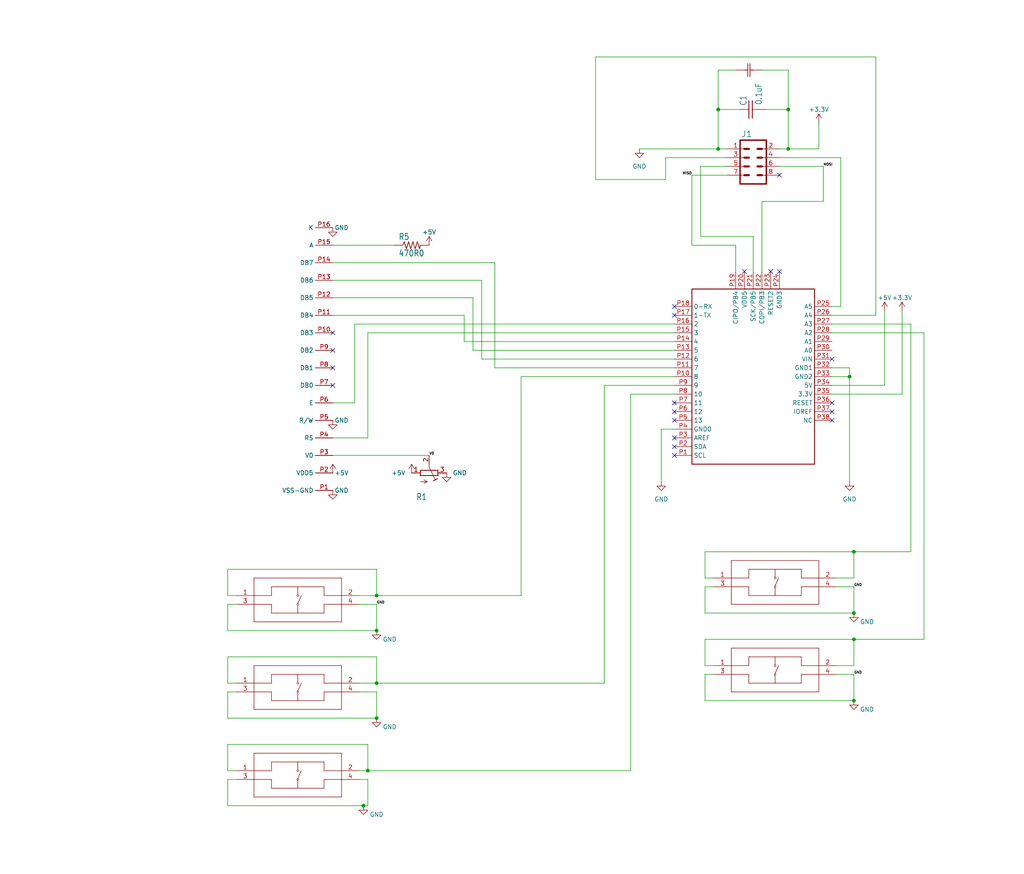
<source format=kicad_sch>
(kicad_sch (version 20230121) (generator eeschema)
  (paper "User" 297.002 253.543)
  (lib_symbols
    (symbol "Arduino_Shield_RC_Controller-eagle-import:ADM1602K"
      (symbol "ADM1602K_1_0"
        (pin bidirectional line (at -7.62 -15.24 0) (length 5.08) (name "VSS-GND") (number "P1"))
        (pin bidirectional line (at -7.62 30.48 0) (length 5.08) (name "DB3") (number "P10"))
        (pin bidirectional line (at -7.62 35.56 0) (length 5.08) (name "DB4") (number "P11"))
        (pin bidirectional line (at -7.62 40.64 0) (length 5.08) (name "DB5") (number "P12"))
        (pin bidirectional line (at -7.62 45.72 0) (length 5.08) (name "DB6") (number "P13"))
        (pin bidirectional line (at -7.62 50.8 0) (length 5.08) (name "DB7") (number "P14"))
        (pin bidirectional line (at -7.62 55.88 0) (length 5.08) (name "A") (number "P15"))
        (pin bidirectional line (at -7.62 60.96 0) (length 5.08) (name "K") (number "P16"))
        (pin bidirectional line (at -7.62 -10.16 0) (length 5.08) (name "VDD5") (number "P2"))
        (pin bidirectional line (at -7.62 -5.08 0) (length 5.08) (name "V0") (number "P3"))
        (pin bidirectional line (at -7.62 0 0) (length 5.08) (name "RS") (number "P4"))
        (pin bidirectional line (at -7.62 5.08 0) (length 5.08) (name "R/W") (number "P5"))
        (pin bidirectional line (at -7.62 10.16 0) (length 5.08) (name "E") (number "P6"))
        (pin bidirectional line (at -7.62 15.24 0) (length 5.08) (name "DB0") (number "P7"))
        (pin bidirectional line (at -7.62 20.32 0) (length 5.08) (name "DB1") (number "P8"))
        (pin bidirectional line (at -7.62 25.4 0) (length 5.08) (name "DB2") (number "P9"))
      )
    )
    (symbol "Arduino_Shield_RC_Controller-eagle-import:ARDUINO_R3"
      (symbol "ARDUINO_R3_1_0"
        (polyline (pts (xy 0 -2.54) (xy 35.56 -2.54)) (stroke (width 0.254)))
        (polyline (pts (xy 0 48.26) (xy 0 -2.54)) (stroke (width 0.254)))
        (polyline (pts (xy 35.56 -2.54) (xy 35.56 48.26)) (stroke (width 0.254)))
        (polyline (pts (xy 35.56 48.26) (xy 0 48.26)) (stroke (width 0.254)))
        (pin bidirectional line (at -5.08 0 0) (length 5.08) (name "SCL") (number "P1"))
        (pin bidirectional line (at -5.08 22.86 0) (length 5.08) (name "8") (number "P10"))
        (pin bidirectional line (at -5.08 25.4 0) (length 5.08) (name "7") (number "P11"))
        (pin bidirectional line (at -5.08 27.94 0) (length 5.08) (name "6") (number "P12"))
        (pin bidirectional line (at -5.08 30.48 0) (length 5.08) (name "5") (number "P13"))
        (pin bidirectional line (at -5.08 33.02 0) (length 5.08) (name "4") (number "P14"))
        (pin bidirectional line (at -5.08 35.56 0) (length 5.08) (name "3") (number "P15"))
        (pin bidirectional line (at -5.08 38.1 0) (length 5.08) (name "2") (number "P16"))
        (pin bidirectional line (at -5.08 40.64 0) (length 5.08) (name "1-TX") (number "P17"))
        (pin bidirectional line (at -5.08 43.18 0) (length 5.08) (name "0-RX") (number "P18"))
        (pin bidirectional line (at 12.7 53.34 270) (length 5.08) (name "CIPO/PB4") (number "P19"))
        (pin bidirectional line (at -5.08 2.54 0) (length 5.08) (name "SDA") (number "P2"))
        (pin bidirectional line (at 15.24 53.34 270) (length 5.08) (name "VDD5") (number "P20"))
        (pin bidirectional line (at 17.78 53.34 270) (length 5.08) (name "SCK/PB5") (number "P21"))
        (pin bidirectional line (at 20.32 53.34 270) (length 5.08) (name "COPI/PB3") (number "P22"))
        (pin bidirectional line (at 22.86 53.34 270) (length 5.08) (name "RESET2") (number "P23"))
        (pin bidirectional line (at 25.4 53.34 270) (length 5.08) (name "GND3") (number "P24"))
        (pin bidirectional line (at 40.64 43.18 180) (length 5.08) (name "A5") (number "P25"))
        (pin bidirectional line (at 40.64 40.64 180) (length 5.08) (name "A4") (number "P26"))
        (pin bidirectional line (at 40.64 38.1 180) (length 5.08) (name "A3") (number "P27"))
        (pin bidirectional line (at 40.64 35.56 180) (length 5.08) (name "A2") (number "P28"))
        (pin bidirectional line (at 40.64 33.02 180) (length 5.08) (name "A1") (number "P29"))
        (pin bidirectional line (at -5.08 5.08 0) (length 5.08) (name "AREF") (number "P3"))
        (pin bidirectional line (at 40.64 30.48 180) (length 5.08) (name "A0") (number "P30"))
        (pin bidirectional line (at 40.64 27.94 180) (length 5.08) (name "VIN") (number "P31"))
        (pin bidirectional line (at 40.64 25.4 180) (length 5.08) (name "GND1") (number "P32"))
        (pin bidirectional line (at 40.64 22.86 180) (length 5.08) (name "GND2") (number "P33"))
        (pin bidirectional line (at 40.64 20.32 180) (length 5.08) (name "5V") (number "P34"))
        (pin bidirectional line (at 40.64 17.78 180) (length 5.08) (name "3.3V") (number "P35"))
        (pin bidirectional line (at 40.64 15.24 180) (length 5.08) (name "RESET") (number "P36"))
        (pin bidirectional line (at 40.64 12.7 180) (length 5.08) (name "IOREF") (number "P37"))
        (pin bidirectional line (at 40.64 10.16 180) (length 5.08) (name "NC") (number "P38"))
        (pin bidirectional line (at -5.08 7.62 0) (length 5.08) (name "GND0") (number "P4"))
        (pin bidirectional line (at -5.08 10.16 0) (length 5.08) (name "13") (number "P5"))
        (pin bidirectional line (at -5.08 12.7 0) (length 5.08) (name "12") (number "P6"))
        (pin bidirectional line (at -5.08 15.24 0) (length 5.08) (name "11") (number "P7"))
        (pin bidirectional line (at -5.08 17.78 0) (length 5.08) (name "10") (number "P8"))
        (pin bidirectional line (at -5.08 20.32 0) (length 5.08) (name "9") (number "P9"))
      )
    )
    (symbol "Arduino_Shield_RC_Controller-eagle-import:CAP_470UF_RAD_TH"
      (symbol "CAP_470UF_RAD_TH_1_0"
        (polyline (pts (xy 2.54 0) (xy 3.4798 0)) (stroke (width 0.2032)))
        (polyline (pts (xy 3.4798 -1.905) (xy 3.4798 0)) (stroke (width 0.2032)))
        (polyline (pts (xy 3.4798 0) (xy 3.4798 1.905)) (stroke (width 0.2032)))
        (polyline (pts (xy 4.1148 -1.905) (xy 4.1148 0)) (stroke (width 0.2032)))
        (polyline (pts (xy 4.1148 0) (xy 4.1148 1.905)) (stroke (width 0.2032)))
        (polyline (pts (xy 4.1148 0) (xy 5.08 0)) (stroke (width 0.2032)))
        (pin passive line (at 0 0 0) (length 2.54) (name "1") (number "1"))
        (pin passive line (at 7.62 0 180) (length 2.54) (name "2") (number "2"))
      )
    )
    (symbol "Arduino_Shield_RC_Controller-eagle-import:CONN_04X2"
      (property "Reference" "J" (at -3.81 5.588 0))
      (symbol "CONN_04X2_1_0"
        (polyline (pts (xy -3.81 5.08) (xy -3.81 -7.62)) (stroke (width 0.4064)))
        (polyline (pts (xy -3.81 5.08) (xy 3.81 5.08)) (stroke (width 0.4064)))
        (polyline (pts (xy -1.27 -5.08) (xy -2.54 -5.08)) (stroke (width 0.6096)))
        (polyline (pts (xy -1.27 -2.54) (xy -2.54 -2.54)) (stroke (width 0.6096)))
        (polyline (pts (xy -1.27 0) (xy -2.54 0)) (stroke (width 0.6096)))
        (polyline (pts (xy -1.27 2.54) (xy -2.54 2.54)) (stroke (width 0.6096)))
        (polyline (pts (xy 1.27 -5.08) (xy 2.54 -5.08)) (stroke (width 0.6096)))
        (polyline (pts (xy 1.27 -2.54) (xy 2.54 -2.54)) (stroke (width 0.6096)))
        (polyline (pts (xy 1.27 0) (xy 2.54 0)) (stroke (width 0.6096)))
        (polyline (pts (xy 1.27 2.54) (xy 2.54 2.54)) (stroke (width 0.6096)))
        (polyline (pts (xy 3.81 -7.62) (xy -3.81 -7.62)) (stroke (width 0.4064)))
        (polyline (pts (xy 3.81 -7.62) (xy 3.81 5.08)) (stroke (width 0.4064)))
        (pin passive line (at -7.62 2.54 0) (length 5.08) (name "1") (number "1"))
        (pin passive line (at 7.62 2.54 180) (length 5.08) (name "2") (number "2"))
        (pin passive line (at -7.62 0 0) (length 5.08) (name "3") (number "3"))
        (pin passive line (at 7.62 0 180) (length 5.08) (name "4") (number "4"))
        (pin passive line (at -7.62 -2.54 0) (length 5.08) (name "5") (number "5"))
        (pin passive line (at 7.62 -2.54 180) (length 5.08) (name "6") (number "6"))
        (pin passive line (at -7.62 -5.08 0) (length 5.08) (name "7") (number "7"))
        (pin passive line (at 7.62 -5.08 180) (length 5.08) (name "8") (number "8"))
      )
    )
    (symbol "Arduino_Shield_RC_Controller-eagle-import:C_0402_0.1UF"
      (property "Reference" "C" (at 1.016 0.635 0))
      (symbol "C_0402_0.1UF_1_0"
        (polyline (pts (xy -2.54 -1.016) (xy 2.54 -1.016)) (stroke (width 0.254)))
        (polyline (pts (xy -2.54 0) (xy 2.54 0)) (stroke (width 0.254)))
        (polyline (pts (xy 0 -1.016) (xy 0 -2.54)) (stroke (width 0.1524)))
        (pin passive line (at 0 2.54 270) (length 2.54) (name "1") (number "P$1"))
        (pin passive line (at 0 -5.08 90) (length 2.54) (name "2") (number "P$2"))
      )
    )
    (symbol "Arduino_Shield_RC_Controller-eagle-import:PTS810SJG250SMTRLFS"
      (symbol "PTS810SJG250SMTRLFS_1_0"
        (polyline (pts (xy 7.62 -7.62) (xy 33.02 -7.62)) (stroke (width 0.1524)))
        (polyline (pts (xy 7.62 -2.54) (xy 7.62 -7.62)) (stroke (width 0.1524)))
        (polyline (pts (xy 7.62 0) (xy 7.62 -2.54)) (stroke (width 0.1524)))
        (polyline (pts (xy 7.62 0) (xy 12.7 0)) (stroke (width 0.1524)))
        (polyline (pts (xy 7.62 5.08) (xy 7.62 0)) (stroke (width 0.1524)))
        (polyline (pts (xy 12.7 -5.08) (xy 12.7 -2.54)) (stroke (width 0.1524)))
        (polyline (pts (xy 12.7 -2.54) (xy 7.62 -2.54)) (stroke (width 0.1524)))
        (polyline (pts (xy 12.7 0) (xy 12.7 2.54)) (stroke (width 0.1524)))
        (polyline (pts (xy 12.7 2.54) (xy 20.32 2.54)) (stroke (width 0.1524)))
        (polyline (pts (xy 20.32 -5.08) (xy 12.7 -5.08)) (stroke (width 0.1524)))
        (polyline (pts (xy 20.32 -2.794) (xy 20.32 -5.08)) (stroke (width 0.1524)))
        (polyline (pts (xy 20.32 2.54) (xy 20.32 0.254)) (stroke (width 0.1524)))
        (polyline (pts (xy 20.32 2.54) (xy 27.94 2.54)) (stroke (width 0.1524)))
        (polyline (pts (xy 21.336 0) (xy 20.32 -2.286)) (stroke (width 0.1524)))
        (polyline (pts (xy 27.94 -5.08) (xy 20.32 -5.08)) (stroke (width 0.1524)))
        (polyline (pts (xy 27.94 -2.54) (xy 27.94 -5.08)) (stroke (width 0.1524)))
        (polyline (pts (xy 27.94 0) (xy 33.02 0)) (stroke (width 0.1524)))
        (polyline (pts (xy 27.94 2.54) (xy 27.94 0)) (stroke (width 0.1524)))
        (polyline (pts (xy 33.02 -7.62) (xy 33.02 -2.54)) (stroke (width 0.1524)))
        (polyline (pts (xy 33.02 -2.54) (xy 27.94 -2.54)) (stroke (width 0.1524)))
        (polyline (pts (xy 33.02 -2.54) (xy 33.02 0)) (stroke (width 0.1524)))
        (polyline (pts (xy 33.02 0) (xy 33.02 5.08)) (stroke (width 0.1524)))
        (polyline (pts (xy 33.02 5.08) (xy 7.62 5.08)) (stroke (width 0.1524)))
        (arc (start 20.32 -2.794) (mid 20.5729 -2.54) (end 20.32 -2.286) (stroke (width 0.127)))
        (arc (start 20.32 -2.286) (mid 20.0671 -2.54) (end 20.32 -2.794) (stroke (width 0.127)))
        (arc (start 20.32 -0.254) (mid 20.5729 0) (end 20.32 0.254) (stroke (width 0.127)))
        (arc (start 20.32 0.254) (mid 20.0671 0) (end 20.32 -0.254) (stroke (width 0.127)))
        (pin passive line (at 2.54 0 0) (length 5.08) (name "1") (number "1"))
        (pin passive line (at 38.1 0 180) (length 5.08) (name "2") (number "2"))
        (pin passive line (at 2.54 -2.54 0) (length 5.08) (name "3") (number "3"))
        (pin passive line (at 38.1 -2.54 180) (length 5.08) (name "4") (number "4"))
      )
    )
    (symbol "Arduino_Shield_RC_Controller-eagle-import:R-TRIMM3103"
      (property "Reference" "R" (at -5.969 -3.81 90))
      (symbol "R-TRIMM3103_1_0"
        (polyline (pts (xy -2.54 -2.54) (xy -2.54 -0.508)) (stroke (width 0.1524)))
        (polyline (pts (xy -2.54 -0.508) (xy -3.048 -1.524)) (stroke (width 0.1524)))
        (polyline (pts (xy -2.54 -0.508) (xy -2.032 -1.524)) (stroke (width 0.1524)))
        (polyline (pts (xy -2.286 1.27) (xy -1.651 2.413)) (stroke (width 0.254)))
        (polyline (pts (xy -0.762 -2.54) (xy 0.762 -2.54)) (stroke (width 0.254)))
        (polyline (pts (xy -0.762 2.54) (xy -0.762 -2.54)) (stroke (width 0.254)))
        (polyline (pts (xy 0 2.54) (xy -0.762 2.54)) (stroke (width 0.254)))
        (polyline (pts (xy 0 2.54) (xy 0 5.08)) (stroke (width 0.1524)))
        (polyline (pts (xy 0.762 -2.54) (xy 0.762 2.54)) (stroke (width 0.254)))
        (polyline (pts (xy 0.762 2.54) (xy 0 2.54)) (stroke (width 0.254)))
        (polyline (pts (xy 1.651 0) (xy -1.8796 1.7526)) (stroke (width 0.1524)))
        (polyline (pts (xy 2.54 0) (xy 1.651 0)) (stroke (width 0.1524)))
        (pin passive line (at 0 -5.08 90) (length 2.54) (name "A") (number "1"))
        (pin passive line (at 5.08 0 180) (length 2.54) (name "S") (number "2"))
        (pin passive line (at 0 5.08 270) (length 2.54) (name "E") (number "3"))
      )
    )
    (symbol "Arduino_Shield_RC_Controller-eagle-import:R_0402_470R0"
      (property "Reference" "R" (at -3.81 1.4986 0))
      (symbol "R_0402_470R0_1_0"
        (polyline (pts (xy -2.54 0) (xy -2.159 1.016)) (stroke (width 0.2032)))
        (polyline (pts (xy -2.159 1.016) (xy -1.524 -1.016)) (stroke (width 0.2032)))
        (polyline (pts (xy -1.524 -1.016) (xy -0.889 1.016)) (stroke (width 0.2032)))
        (polyline (pts (xy -0.889 1.016) (xy -0.254 -1.016)) (stroke (width 0.2032)))
        (polyline (pts (xy -0.254 -1.016) (xy 0.381 1.016)) (stroke (width 0.2032)))
        (polyline (pts (xy 0.381 1.016) (xy 1.016 -1.016)) (stroke (width 0.2032)))
        (polyline (pts (xy 1.016 -1.016) (xy 1.651 1.016)) (stroke (width 0.2032)))
        (polyline (pts (xy 1.651 1.016) (xy 2.286 -1.016)) (stroke (width 0.2032)))
        (polyline (pts (xy 2.286 -1.016) (xy 2.54 0)) (stroke (width 0.2032)))
        (pin passive line (at -5.08 0 0) (length 2.54) (name "1") (number "P$1"))
        (pin passive line (at 5.08 0 180) (length 2.54) (name "2") (number "P$2"))
      )
    )
    (symbol "power:+3.3V" (power) (pin_names (offset 0))
      (property "Value" "+3.3V" (at 0 3.556 0))
      (symbol "+3.3V_0_1"
        (polyline (pts (xy -0.762 1.27) (xy 0 2.54)))
        (polyline (pts (xy 0 0) (xy 0 2.54)))
        (polyline (pts (xy 0 2.54) (xy 0.762 1.27)))
      )
      (symbol "+3.3V_1_1"
        (pin power_in line (at 0 0 90) (length 0) hide (name "+3.3V") (number "1"))
      )
    )
    (symbol "power:+5V" (power) (pin_names (offset 0))
      (property "Value" "+5V" (at 0 3.556 0))
      (symbol "+5V_0_1"
        (polyline (pts (xy -0.762 1.27) (xy 0 2.54)))
        (polyline (pts (xy 0 0) (xy 0 2.54)))
        (polyline (pts (xy 0 2.54) (xy 0.762 1.27)))
      )
      (symbol "+5V_1_1"
        (pin power_in line (at 0 0 90) (length 0) hide (name "+5V") (number "1"))
      )
    )
    (symbol "power:GND" (power) (pin_names (offset 0))
      (property "Value" "GND" (at 0 -3.81 0))
      (symbol "GND_0_1"
        (polyline (pts (xy 0 0) (xy 0 -1.27) (xy 1.27 -1.27) (xy 0 -2.54) (xy -1.27 -1.27) (xy 0 -1.27)))
      )
      (symbol "GND_1_1"
        (pin power_in line (at 0 0 270) (length 0) hide (name "GND") (number "1"))
      )
    )
  )
  (junction (at 247.65 203.2))
  (junction (at 109.22 182.88))
  (junction (at 228.6 43.18))
  (junction (at 109.22 198.12))
  (junction (at 247.65 177.8))
  (junction (at 247.65 185.42))
  (junction (at 208.28 43.18))
  (junction (at 208.28 31.75))
  (junction (at 106.68 223.52))
  (junction (at 109.22 208.28))
  (junction (at 105.41 233.68))
  (junction (at 109.22 172.72))
  (junction (at 247.65 160.02))
  (junction (at 246.38 109.22))
  (junction (at 228.6 31.75))
  (no_connect (at 195.58 132.08))
  (no_connect (at 226.06 78.74))
  (no_connect (at 195.58 129.54))
  (no_connect (at 195.58 91.44))
  (no_connect (at 96.52 106.68))
  (no_connect (at 96.52 101.6))
  (no_connect (at 226.06 50.8))
  (no_connect (at 241.3 116.84))
  (no_connect (at 195.58 88.9))
  (no_connect (at 241.3 119.38))
  (no_connect (at 96.52 96.52))
  (no_connect (at 96.52 111.76))
  (no_connect (at 195.58 121.92))
  (no_connect (at 241.3 121.92))
  (no_connect (at 215.9 78.74))
  (no_connect (at 223.52 78.74))
  (no_connect (at 241.3 104.14))
  (no_connect (at 195.58 127))
  (no_connect (at 195.58 119.38))
  (no_connect (at 195.58 116.84))
  (wire (pts (xy 267.97 96.52) (xy 267.97 185.42)))
  (wire (pts (xy 241.3 88.9) (xy 243.84 88.9)))
  (wire (pts (xy 109.22 175.26) (xy 104.14 175.26)) (stroke (width 0.1524)))
  (wire (pts (xy 96.52 71.12) (xy 114.3 71.12)) (stroke (width 0.1524)))
  (wire (pts (xy 237.49 43.18) (xy 228.6 43.18)))
  (wire (pts (xy 208.28 20.32) (xy 208.28 31.75)) (stroke (width 0.1524)))
  (wire (pts (xy 210.82 50.8) (xy 200.66 50.8)) (stroke (width 0.1524)))
  (wire (pts (xy 226.06 43.18) (xy 228.6 43.18)) (stroke (width 0.1524)))
  (wire (pts (xy 237.49 35.56) (xy 237.49 43.18)))
  (wire (pts (xy 247.65 160.02) (xy 247.65 167.64)) (stroke (width 0.1524)))
  (wire (pts (xy 207.01 167.64) (xy 204.47 167.64)) (stroke (width 0.1524)))
  (wire (pts (xy 104.14 223.52) (xy 106.68 223.52)) (stroke (width 0.1524)))
  (wire (pts (xy 210.82 48.26) (xy 203.2 48.26)) (stroke (width 0.1524)))
  (wire (pts (xy 204.47 177.8) (xy 247.65 177.8)) (stroke (width 0.1524)))
  (wire (pts (xy 195.58 111.76) (xy 175.26 111.76)))
  (wire (pts (xy 195.58 124.46) (xy 191.77 124.46)))
  (wire (pts (xy 207.01 170.18) (xy 204.47 170.18)) (stroke (width 0.1524)))
  (wire (pts (xy 203.2 68.58) (xy 203.2 48.26)) (stroke (width 0.1524)))
  (wire (pts (xy 247.65 185.42) (xy 247.65 193.04)) (stroke (width 0.1524)))
  (wire (pts (xy 264.16 93.98) (xy 264.16 160.02)))
  (wire (pts (xy 207.01 195.58) (xy 204.47 195.58)) (stroke (width 0.1524)))
  (wire (pts (xy 66.04 165.1) (xy 109.22 165.1)) (stroke (width 0.1524)))
  (wire (pts (xy 102.87 116.84) (xy 96.52 116.84)))
  (wire (pts (xy 254 91.44) (xy 241.3 91.44)))
  (wire (pts (xy 204.47 167.64) (xy 204.47 160.02)) (stroke (width 0.1524)))
  (wire (pts (xy 66.04 226.06) (xy 66.04 233.68)) (stroke (width 0.1524)))
  (wire (pts (xy 204.47 185.42) (xy 247.65 185.42)) (stroke (width 0.1524)))
  (wire (pts (xy 182.88 223.52) (xy 106.68 223.52)))
  (wire (pts (xy 193.04 52.07) (xy 172.72 52.07)))
  (wire (pts (xy 242.57 193.04) (xy 247.65 193.04)) (stroke (width 0.1524)))
  (wire (pts (xy 68.58 223.52) (xy 66.04 223.52)) (stroke (width 0.1524)))
  (wire (pts (xy 264.16 160.02) (xy 247.65 160.02)))
  (wire (pts (xy 66.04 175.26) (xy 66.04 182.88)) (stroke (width 0.1524)))
  (wire (pts (xy 195.58 101.6) (xy 137.16 101.6)))
  (wire (pts (xy 204.47 193.04) (xy 204.47 185.42)) (stroke (width 0.1524)))
  (wire (pts (xy 248.92 114.3) (xy 261.62 114.3)))
  (wire (pts (xy 241.3 96.52) (xy 267.97 96.52)))
  (wire (pts (xy 66.04 190.5) (xy 109.22 190.5)) (stroke (width 0.1524)))
  (wire (pts (xy 106.68 96.52) (xy 106.68 127)))
  (wire (pts (xy 182.88 114.3) (xy 182.88 223.52)))
  (wire (pts (xy 213.36 20.32) (xy 208.28 20.32)) (stroke (width 0.1524)))
  (wire (pts (xy 68.58 172.72) (xy 66.04 172.72)) (stroke (width 0.1524)))
  (wire (pts (xy 134.62 99.06) (xy 195.58 99.06)))
  (wire (pts (xy 246.38 139.7) (xy 246.38 109.22)))
  (wire (pts (xy 200.66 71.12) (xy 213.36 71.12)) (stroke (width 0.1524)))
  (wire (pts (xy 109.22 200.66) (xy 104.14 200.66)) (stroke (width 0.1524)))
  (wire (pts (xy 109.22 190.5) (xy 109.22 198.12)) (stroke (width 0.1524)))
  (wire (pts (xy 66.04 223.52) (xy 66.04 215.9)) (stroke (width 0.1524)))
  (wire (pts (xy 104.14 198.12) (xy 109.22 198.12)))
  (wire (pts (xy 218.44 68.58) (xy 203.2 68.58)) (stroke (width 0.1524)))
  (wire (pts (xy 96.52 132.08) (xy 124.46 132.08)) (stroke (width 0.1524)))
  (wire (pts (xy 106.68 215.9) (xy 106.68 223.52)) (stroke (width 0.1524)))
  (wire (pts (xy 104.14 172.72) (xy 109.22 172.72)) (stroke (width 0.1524)))
  (wire (pts (xy 247.65 203.2) (xy 247.65 195.58)) (stroke (width 0.1524)))
  (wire (pts (xy 261.62 90.17) (xy 261.62 114.3)))
  (wire (pts (xy 247.65 177.8) (xy 247.65 170.18)) (stroke (width 0.1524)))
  (wire (pts (xy 220.98 58.42) (xy 238.76 58.42)) (stroke (width 0.1524)))
  (wire (pts (xy 238.76 48.26) (xy 226.06 48.26)) (stroke (width 0.1524)))
  (wire (pts (xy 213.36 71.12) (xy 213.36 78.74)) (stroke (width 0.1524)))
  (wire (pts (xy 200.66 50.8) (xy 200.66 71.12)) (stroke (width 0.1524)))
  (wire (pts (xy 204.47 170.18) (xy 204.47 177.8)) (stroke (width 0.1524)))
  (wire (pts (xy 102.87 93.98) (xy 102.87 116.84)))
  (wire (pts (xy 210.82 43.18) (xy 208.28 43.18)) (stroke (width 0.1524)))
  (wire (pts (xy 238.76 58.42) (xy 238.76 48.26)) (stroke (width 0.1524)))
  (wire (pts (xy 208.28 31.75) (xy 208.28 43.18)) (stroke (width 0.1524)))
  (wire (pts (xy 66.04 182.88) (xy 109.22 182.88)) (stroke (width 0.1524)))
  (wire (pts (xy 172.72 52.07) (xy 172.72 16.51)))
  (wire (pts (xy 109.22 208.28) (xy 109.22 200.66)) (stroke (width 0.1524)))
  (wire (pts (xy 195.58 109.22) (xy 151.13 109.22)))
  (wire (pts (xy 143.51 76.2) (xy 96.52 76.2)))
  (wire (pts (xy 247.65 195.58) (xy 242.57 195.58)) (stroke (width 0.1524)))
  (wire (pts (xy 241.3 114.3) (xy 248.92 114.3)) (stroke (width 0.1524)))
  (wire (pts (xy 96.52 81.28) (xy 139.7 81.28)))
  (wire (pts (xy 104.14 226.06) (xy 106.68 226.06)) (stroke (width 0.1524)))
  (wire (pts (xy 220.98 78.74) (xy 220.98 58.42)) (stroke (width 0.1524)))
  (wire (pts (xy 228.6 20.32) (xy 228.6 31.75)) (stroke (width 0.1524)))
  (wire (pts (xy 139.7 81.28) (xy 139.7 104.14)))
  (wire (pts (xy 96.52 91.44) (xy 134.62 91.44)))
  (wire (pts (xy 226.06 45.72) (xy 243.84 45.72)))
  (wire (pts (xy 241.3 93.98) (xy 264.16 93.98)))
  (wire (pts (xy 256.54 111.76) (xy 241.3 111.76)))
  (wire (pts (xy 66.04 172.72) (xy 66.04 165.1)) (stroke (width 0.1524)))
  (wire (pts (xy 254 16.51) (xy 254 91.44)))
  (wire (pts (xy 105.41 233.68) (xy 106.68 233.68)) (stroke (width 0.1524)))
  (wire (pts (xy 204.47 203.2) (xy 247.65 203.2)) (stroke (width 0.1524)))
  (wire (pts (xy 175.26 198.12) (xy 109.22 198.12)))
  (wire (pts (xy 68.58 200.66) (xy 66.04 200.66)) (stroke (width 0.1524)))
  (wire (pts (xy 210.82 45.72) (xy 193.04 45.72)))
  (wire (pts (xy 193.04 45.72) (xy 193.04 52.07)))
  (wire (pts (xy 220.98 20.32) (xy 228.6 20.32)) (stroke (width 0.1524)))
  (wire (pts (xy 228.6 31.75) (xy 228.6 43.18)) (stroke (width 0.1524)))
  (wire (pts (xy 242.57 167.64) (xy 247.65 167.64)) (stroke (width 0.1524)))
  (wire (pts (xy 68.58 198.12) (xy 66.04 198.12)) (stroke (width 0.1524)))
  (wire (pts (xy 195.58 106.68) (xy 143.51 106.68)))
  (wire (pts (xy 256.54 90.17) (xy 256.54 111.76)))
  (wire (pts (xy 66.04 200.66) (xy 66.04 208.28)) (stroke (width 0.1524)))
  (wire (pts (xy 106.68 233.68) (xy 106.68 226.06)) (stroke (width 0.1524)))
  (wire (pts (xy 247.65 170.18) (xy 242.57 170.18)) (stroke (width 0.1524)))
  (wire (pts (xy 151.13 109.22) (xy 151.13 172.72)))
  (wire (pts (xy 66.04 215.9) (xy 106.68 215.9)) (stroke (width 0.1524)))
  (wire (pts (xy 175.26 111.76) (xy 175.26 198.12)))
  (wire (pts (xy 241.3 109.22) (xy 246.38 109.22)) (stroke (width 0.1524)))
  (wire (pts (xy 139.7 104.14) (xy 195.58 104.14)))
  (wire (pts (xy 243.84 45.72) (xy 243.84 88.9)))
  (wire (pts (xy 137.16 86.36) (xy 96.52 86.36)))
  (wire (pts (xy 66.04 208.28) (xy 109.22 208.28)) (stroke (width 0.1524)))
  (wire (pts (xy 109.22 182.88) (xy 109.22 175.26)) (stroke (width 0.1524)))
  (wire (pts (xy 134.62 91.44) (xy 134.62 99.06)))
  (wire (pts (xy 241.3 106.68) (xy 246.38 106.68)) (stroke (width 0.1524)))
  (wire (pts (xy 172.72 16.51) (xy 254 16.51)))
  (wire (pts (xy 185.42 43.18) (xy 208.28 43.18)))
  (wire (pts (xy 195.58 96.52) (xy 106.68 96.52)))
  (wire (pts (xy 66.04 198.12) (xy 66.04 190.5)) (stroke (width 0.1524)))
  (wire (pts (xy 218.44 68.58) (xy 218.44 78.74)) (stroke (width 0.1524)))
  (wire (pts (xy 191.77 124.46) (xy 191.77 139.7)))
  (wire (pts (xy 68.58 226.06) (xy 66.04 226.06)) (stroke (width 0.1524)))
  (wire (pts (xy 246.38 109.22) (xy 246.38 106.68)) (stroke (width 0.1524)))
  (wire (pts (xy 151.13 172.72) (xy 109.22 172.72)))
  (wire (pts (xy 143.51 106.68) (xy 143.51 76.2)))
  (wire (pts (xy 222.25 31.75) (xy 228.6 31.75)))
  (wire (pts (xy 66.04 233.68) (xy 105.41 233.68)) (stroke (width 0.1524)))
  (wire (pts (xy 207.01 193.04) (xy 204.47 193.04)) (stroke (width 0.1524)))
  (wire (pts (xy 109.22 165.1) (xy 109.22 172.72)) (stroke (width 0.1524)))
  (wire (pts (xy 208.28 31.75) (xy 214.63 31.75)))
  (wire (pts (xy 106.68 127) (xy 96.52 127)))
  (wire (pts (xy 204.47 160.02) (xy 247.65 160.02)) (stroke (width 0.1524)))
  (wire (pts (xy 204.47 195.58) (xy 204.47 203.2)) (stroke (width 0.1524)))
  (wire (pts (xy 137.16 101.6) (xy 137.16 86.36)))
  (wire (pts (xy 68.58 175.26) (xy 66.04 175.26)) (stroke (width 0.1524)))
  (wire (pts (xy 195.58 93.98) (xy 102.87 93.98)))
  (wire (pts (xy 247.65 185.42) (xy 267.97 185.42)))
  (wire (pts (xy 195.58 114.3) (xy 182.88 114.3)))
  (label "MOSI" (at 238.76 48.26 0) (effects (font (size 0.7112 0.7112))))
  (label "V0" (at 124.46 132.08 0) (effects (font (size 0.7112 0.7112))))
  (label "GND" (at 247.65 170.18 0) (effects (font (size 0.7112 0.7112))))
  (label "MISO" (at 200.66 50.8 180) (effects (font (size 0.7112 0.7112))))
  (label "GND" (at 247.65 195.58 0) (effects (font (size 0.7112 0.7112))))
  (label "GND" (at 109.22 175.26 0) (effects (font (size 0.7112 0.7112))))
  (symbol (lib_id "Arduino_Shield_RC_Controller-eagle-import:ADM1602K") (at 88.9 127 0) (mirror y) (unit 1)
    (property "Reference" "LCD1" (effects hide))
    (property "Value" "ADM1602K" (effects hide))
    (property "Footprint" "Arduino_Shield_RC_Controller:ADM1602K" (effects hide))
  )
  (symbol (lib_id "power:+5V") (at 119.38 137.16 0) (unit 1)
    (property "Reference" "#PWR014" (effects hide))
    (property "Value" "+5V" (at 115.57 137.16 0))
  )
  (symbol (lib_id "power:GND") (at 129.54 137.16 0) (unit 1)
    (property "Reference" "#PWR011" (effects hide))
    (property "Value" "GND" (at 133.35 137.16 0))
  )
  (symbol (lib_id "power:+5V") (at 96.52 137.16 0) (unit 1)
    (property "Reference" "#PWR013" (effects hide))
    (property "Value" "+5V" (at 99.06 137.16 0))
  )
  (symbol (lib_id "power:GND") (at 105.41 233.68 0) (unit 1)
    (property "Reference" "#PWR016" (effects hide))
    (property "Value" "GND" (at 109.22 236.22 0))
  )
  (symbol (lib_id "Arduino_Shield_RC_Controller-eagle-import:CAP_470UF_RAD_TH") (at 220.98 20.32 180) (unit 1)
    (property "Reference" "C2" (effects hide))
    (property "Value" "CAP_470UF_RAD_TH" (effects hide))
    (property "Footprint" "Arduino_Shield_RC_Controller:CAP_YX_10X16_RUB" (effects hide))
  )
  (symbol (lib_id "power:GND") (at 109.22 208.28 0) (unit 1)
    (property "Reference" "#PWR015" (effects hide))
    (property "Value" "GND" (at 113.03 210.82 0))
  )
  (symbol (lib_id "Arduino_Shield_RC_Controller-eagle-import:PTS810SJG250SMTRLFS") (at 204.47 193.04 0) (unit 1)
    (property "Reference" "SW5" (effects hide))
    (property "Value" "PTS810SJG250SMTRLFS" (effects hide))
    (property "Footprint" "Arduino_Shield_RC_Controller:PTS810" (effects hide))
  )
  (symbol (lib_id "power:GND") (at 96.52 66.04 0) (unit 1)
    (property "Reference" "#PWR09" (effects hide))
    (property "Value" "GND" (at 99.06 66.04 0))
  )
  (symbol (lib_id "Arduino_Shield_RC_Controller-eagle-import:ARDUINO_R3") (at 200.66 132.08 0) (unit 1)
    (property "Reference" "AR1" (effects hide))
    (property "Value" "ARDUINO_R3" (effects hide))
    (property "Footprint" "Arduino_Shield_RC_Controller:ARDUINO_R3" (effects hide))
  )
  (symbol (lib_id "Arduino_Shield_RC_Controller-eagle-import:R_0402_470R0") (at 119.38 71.12 0) (unit 1)
    (property "Reference" "R5" (at 115.57 69.6214 0) (effects (font (size 1.778 1.5113)) (justify left bottom)))
    (property "Value" "470R0" (at 115.57 74.422 0) (effects (font (size 1.778 1.5113)) (justify left bottom)))
    (property "Footprint" "Arduino_Shield_RC_Controller:0402" (effects hide))
  )
  (symbol (lib_id "Arduino_Shield_RC_Controller-eagle-import:PTS810SJG250SMTRLFS") (at 204.47 167.64 0) (unit 1)
    (property "Reference" "SW4" (effects hide))
    (property "Value" "PTS810SJG250SMTRLFS" (effects hide))
    (property "Footprint" "Arduino_Shield_RC_Controller:PTS810" (effects hide))
  )
  (symbol (lib_id "power:+5V") (at 256.54 90.17 0) (unit 1)
    (property "Reference" "#PWR03" (effects hide))
    (property "Value" "+5V" (at 256.54 86.36 0))
  )
  (symbol (lib_id "power:+5V") (at 124.46 71.12 0) (unit 1)
    (property "Reference" "#PWR012" (effects hide))
    (property "Value" "+5V" (at 124.46 67.31 0))
  )
  (symbol (lib_id "power:+3.3V") (at 237.49 35.56 0) (unit 1)
    (property "Reference" "#PWR02" (effects hide))
    (property "Value" "+3.3V" (at 237.49 31.75 0))
  )
  (symbol (lib_id "power:GND") (at 246.38 139.7 0) (unit 1)
    (property "Reference" "#PWR04" (effects hide))
    (property "Value" "GND" (at 246.38 144.78 0))
  )
  (symbol (lib_id "power:GND") (at 96.52 121.92 0) (unit 1)
    (property "Reference" "#PWR07" (effects hide))
    (property "Value" "GND" (at 99.06 121.92 0))
  )
  (symbol (lib_id "Arduino_Shield_RC_Controller-eagle-import:PTS810SJG250SMTRLFS") (at 66.04 198.12 0) (unit 1)
    (property "Reference" "SW2" (effects hide))
    (property "Value" "PTS810SJG250SMTRLFS" (effects hide))
    (property "Footprint" "Arduino_Shield_RC_Controller:PTS810" (effects hide))
  )
  (symbol (lib_id "power:+3.3V") (at 261.62 90.17 0) (unit 1)
    (property "Reference" "#PWR01" (effects hide))
    (property "Value" "+3.3V" (at 261.62 86.36 0))
  )
  (symbol (lib_id "Arduino_Shield_RC_Controller-eagle-import:PTS810SJG250SMTRLFS") (at 66.04 223.52 0) (unit 1)
    (property "Reference" "SW3" (effects hide))
    (property "Value" "PTS810SJG250SMTRLFS" (effects hide))
    (property "Footprint" "Arduino_Shield_RC_Controller:PTS810" (effects hide))
  )
  (symbol (lib_id "power:GND") (at 96.52 142.24 0) (unit 1)
    (property "Reference" "#PWR010" (effects hide))
    (property "Value" "GND" (at 99.06 142.24 0))
  )
  (symbol (lib_id "power:GND") (at 247.65 203.2 0) (unit 1)
    (property "Reference" "#PWR018" (effects hide))
    (property "Value" "GND" (at 251.46 205.74 0))
  )
  (symbol (lib_id "power:GND") (at 191.77 139.7 0) (unit 1)
    (property "Reference" "#PWR05" (effects hide))
    (property "Value" "GND" (at 191.77 144.78 0))
  )
  (symbol (lib_id "power:GND") (at 185.42 43.18 0) (unit 1)
    (property "Reference" "#PWR06" (effects hide))
    (property "Value" "GND" (at 185.42 48.26 0))
  )
  (symbol (lib_id "Arduino_Shield_RC_Controller-eagle-import:CONN_04X2") (at 218.44 45.72 0) (unit 1)
    (property "Reference" "J1" (at 214.884 39.878 0) (effects (font (size 1.778 1.778)) (justify left bottom)))
    (property "Value" "CONN_04X2" (effects hide))
    (property "Footprint" "Arduino_Shield_RC_Controller:2X4" (effects hide))
  )
  (symbol (lib_id "power:GND") (at 247.65 177.8 0) (unit 1)
    (property "Reference" "#PWR017" (effects hide))
    (property "Value" "GND" (at 251.46 180.34 0))
  )
  (symbol (lib_id "power:GND") (at 109.22 182.88 0) (unit 1)
    (property "Reference" "#PWR08" (effects hide))
    (property "Value" "GND" (at 113.03 185.42 0))
  )
  (symbol (lib_id "Arduino_Shield_RC_Controller-eagle-import:R-TRIMM3103") (at 124.46 137.16 270) (mirror x) (unit 1)
    (property "Reference" "R1" (at 120.65 143.129 90) (effects (font (size 1.778 1.5113)) (justify left bottom)))
    (property "Value" "R-TRIMM3103" (effects hide))
    (property "Footprint" "Arduino_Shield_RC_Controller:RTRIM3103" (effects hide))
  )
  (symbol (lib_id "Arduino_Shield_RC_Controller-eagle-import:C_0402_0.1UF") (at 217.17 31.75 90) (unit 1)
    (property "Reference" "C1" (at 216.535 30.734 0) (effects (font (size 1.778 1.5113)) (justify left bottom)))
    (property "Value" "0.1uF" (at 220.98 30.48 0) (effects (font (size 1.778 1.5113)) (justify left bottom)))
    (property "Footprint" "Arduino_Shield_RC_Controller:0402" (effects hide))
  )
  (symbol (lib_id "Arduino_Shield_RC_Controller-eagle-import:PTS810SJG250SMTRLFS") (at 66.04 172.72 0) (unit 1)
    (property "Reference" "SW1" (effects hide))
    (property "Value" "PTS810SJG250SMTRLFS" (effects hide))
    (property "Footprint" "Arduino_Shield_RC_Controller:PTS810" (effects hide))
  )
)
</source>
